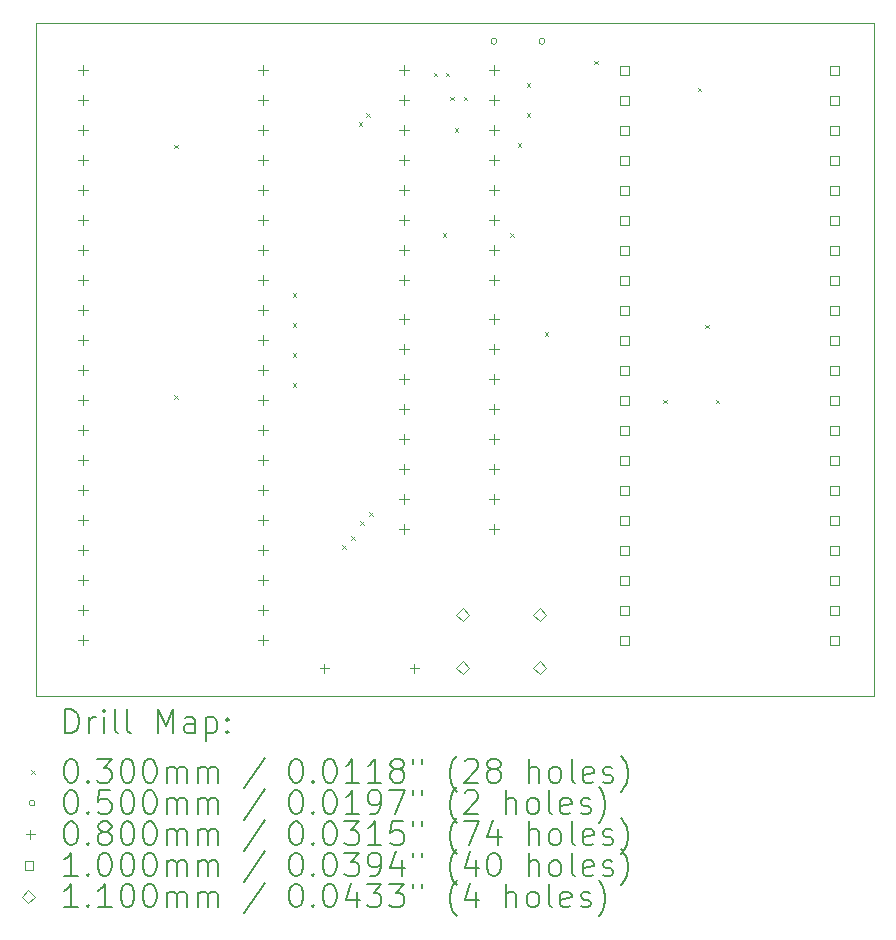
<source format=gbr>
%TF.GenerationSoftware,KiCad,Pcbnew,(6.0.8)*%
%TF.CreationDate,2022-11-05T16:03:21+08:00*%
%TF.ProjectId,pico_apple1,7069636f-5f61-4707-906c-65312e6b6963,rev?*%
%TF.SameCoordinates,Original*%
%TF.FileFunction,Drillmap*%
%TF.FilePolarity,Positive*%
%FSLAX45Y45*%
G04 Gerber Fmt 4.5, Leading zero omitted, Abs format (unit mm)*
G04 Created by KiCad (PCBNEW (6.0.8)) date 2022-11-05 16:03:21*
%MOMM*%
%LPD*%
G01*
G04 APERTURE LIST*
%ADD10C,0.100000*%
%ADD11C,0.200000*%
%ADD12C,0.030000*%
%ADD13C,0.050000*%
%ADD14C,0.080000*%
%ADD15C,0.110000*%
G04 APERTURE END LIST*
D10*
X2787200Y-9389900D02*
X2787200Y-3689900D01*
X9887200Y-9389900D02*
X2787200Y-9389900D01*
X9887200Y-3689900D02*
X9887200Y-9389900D01*
X2787200Y-3689900D02*
X9887200Y-3689900D01*
D11*
D12*
X3960100Y-4722100D02*
X3990100Y-4752100D01*
X3990100Y-4722100D02*
X3960100Y-4752100D01*
X3960100Y-6843000D02*
X3990100Y-6873000D01*
X3990100Y-6843000D02*
X3960100Y-6873000D01*
X4963400Y-5979400D02*
X4993400Y-6009400D01*
X4993400Y-5979400D02*
X4963400Y-6009400D01*
X4963400Y-6233400D02*
X4993400Y-6263400D01*
X4993400Y-6233400D02*
X4963400Y-6263400D01*
X4963400Y-6487400D02*
X4993400Y-6517400D01*
X4993400Y-6487400D02*
X4963400Y-6517400D01*
X4963400Y-6741400D02*
X4993400Y-6771400D01*
X4993400Y-6741400D02*
X4963400Y-6771400D01*
X5382500Y-8113000D02*
X5412500Y-8143000D01*
X5412500Y-8113000D02*
X5382500Y-8143000D01*
X5458700Y-8036800D02*
X5488700Y-8066800D01*
X5488700Y-8036800D02*
X5458700Y-8066800D01*
X5522200Y-4531600D02*
X5552200Y-4561600D01*
X5552200Y-4531600D02*
X5522200Y-4561600D01*
X5534900Y-7909800D02*
X5564900Y-7939800D01*
X5564900Y-7909800D02*
X5534900Y-7939800D01*
X5585700Y-4455400D02*
X5615700Y-4485400D01*
X5615700Y-4455400D02*
X5585700Y-4485400D01*
X5611100Y-7833600D02*
X5641100Y-7863600D01*
X5641100Y-7833600D02*
X5611100Y-7863600D01*
X6156700Y-4113000D02*
X6186700Y-4143000D01*
X6186700Y-4113000D02*
X6156700Y-4143000D01*
X6233400Y-5471400D02*
X6263400Y-5501400D01*
X6263400Y-5471400D02*
X6233400Y-5501400D01*
X6258300Y-4113000D02*
X6288300Y-4143000D01*
X6288300Y-4113000D02*
X6258300Y-4143000D01*
X6296400Y-4316200D02*
X6326400Y-4346200D01*
X6326400Y-4316200D02*
X6296400Y-4346200D01*
X6335000Y-4582400D02*
X6365000Y-4612400D01*
X6365000Y-4582400D02*
X6335000Y-4612400D01*
X6410700Y-4316200D02*
X6440700Y-4346200D01*
X6440700Y-4316200D02*
X6410700Y-4346200D01*
X6804900Y-5471400D02*
X6834900Y-5501400D01*
X6834900Y-5471400D02*
X6804900Y-5501400D01*
X6868400Y-4709400D02*
X6898400Y-4739400D01*
X6898400Y-4709400D02*
X6868400Y-4739400D01*
X6944600Y-4201400D02*
X6974600Y-4231400D01*
X6974600Y-4201400D02*
X6944600Y-4231400D01*
X6944600Y-4455400D02*
X6974600Y-4485400D01*
X6974600Y-4455400D02*
X6944600Y-4485400D01*
X7097000Y-6309600D02*
X7127000Y-6339600D01*
X7127000Y-6309600D02*
X7097000Y-6339600D01*
X7516100Y-4010900D02*
X7546100Y-4040900D01*
X7546100Y-4010900D02*
X7516100Y-4040900D01*
X8100300Y-6881100D02*
X8130300Y-6911100D01*
X8130300Y-6881100D02*
X8100300Y-6911100D01*
X8392400Y-4239500D02*
X8422400Y-4269500D01*
X8422400Y-4239500D02*
X8392400Y-4269500D01*
X8455900Y-6246100D02*
X8485900Y-6276100D01*
X8485900Y-6246100D02*
X8455900Y-6276100D01*
X8544800Y-6881100D02*
X8574800Y-6911100D01*
X8574800Y-6881100D02*
X8544800Y-6911100D01*
D13*
X6692500Y-3848100D02*
G75*
G03*
X6692500Y-3848100I-25000J0D01*
G01*
X7098900Y-3848100D02*
G75*
G03*
X7098900Y-3848100I-25000J0D01*
G01*
D14*
X3187200Y-4049900D02*
X3187200Y-4129900D01*
X3147200Y-4089900D02*
X3227200Y-4089900D01*
X3187200Y-4303900D02*
X3187200Y-4383900D01*
X3147200Y-4343900D02*
X3227200Y-4343900D01*
X3187200Y-4557900D02*
X3187200Y-4637900D01*
X3147200Y-4597900D02*
X3227200Y-4597900D01*
X3187200Y-4811900D02*
X3187200Y-4891900D01*
X3147200Y-4851900D02*
X3227200Y-4851900D01*
X3187200Y-5065900D02*
X3187200Y-5145900D01*
X3147200Y-5105900D02*
X3227200Y-5105900D01*
X3187200Y-5319900D02*
X3187200Y-5399900D01*
X3147200Y-5359900D02*
X3227200Y-5359900D01*
X3187200Y-5573900D02*
X3187200Y-5653900D01*
X3147200Y-5613900D02*
X3227200Y-5613900D01*
X3187200Y-5827900D02*
X3187200Y-5907900D01*
X3147200Y-5867900D02*
X3227200Y-5867900D01*
X3187200Y-6081900D02*
X3187200Y-6161900D01*
X3147200Y-6121900D02*
X3227200Y-6121900D01*
X3187200Y-6335900D02*
X3187200Y-6415900D01*
X3147200Y-6375900D02*
X3227200Y-6375900D01*
X3187200Y-6589900D02*
X3187200Y-6669900D01*
X3147200Y-6629900D02*
X3227200Y-6629900D01*
X3187200Y-6843900D02*
X3187200Y-6923900D01*
X3147200Y-6883900D02*
X3227200Y-6883900D01*
X3187200Y-7097900D02*
X3187200Y-7177900D01*
X3147200Y-7137900D02*
X3227200Y-7137900D01*
X3187200Y-7351900D02*
X3187200Y-7431900D01*
X3147200Y-7391900D02*
X3227200Y-7391900D01*
X3187200Y-7605900D02*
X3187200Y-7685900D01*
X3147200Y-7645900D02*
X3227200Y-7645900D01*
X3187200Y-7859900D02*
X3187200Y-7939900D01*
X3147200Y-7899900D02*
X3227200Y-7899900D01*
X3187200Y-8113900D02*
X3187200Y-8193900D01*
X3147200Y-8153900D02*
X3227200Y-8153900D01*
X3187200Y-8367900D02*
X3187200Y-8447900D01*
X3147200Y-8407900D02*
X3227200Y-8407900D01*
X3187200Y-8621900D02*
X3187200Y-8701900D01*
X3147200Y-8661900D02*
X3227200Y-8661900D01*
X3187200Y-8875900D02*
X3187200Y-8955900D01*
X3147200Y-8915900D02*
X3227200Y-8915900D01*
X4711200Y-4049900D02*
X4711200Y-4129900D01*
X4671200Y-4089900D02*
X4751200Y-4089900D01*
X4711200Y-4303900D02*
X4711200Y-4383900D01*
X4671200Y-4343900D02*
X4751200Y-4343900D01*
X4711200Y-4557900D02*
X4711200Y-4637900D01*
X4671200Y-4597900D02*
X4751200Y-4597900D01*
X4711200Y-4811900D02*
X4711200Y-4891900D01*
X4671200Y-4851900D02*
X4751200Y-4851900D01*
X4711200Y-5065900D02*
X4711200Y-5145900D01*
X4671200Y-5105900D02*
X4751200Y-5105900D01*
X4711200Y-5319900D02*
X4711200Y-5399900D01*
X4671200Y-5359900D02*
X4751200Y-5359900D01*
X4711200Y-5573900D02*
X4711200Y-5653900D01*
X4671200Y-5613900D02*
X4751200Y-5613900D01*
X4711200Y-5827900D02*
X4711200Y-5907900D01*
X4671200Y-5867900D02*
X4751200Y-5867900D01*
X4711200Y-6081900D02*
X4711200Y-6161900D01*
X4671200Y-6121900D02*
X4751200Y-6121900D01*
X4711200Y-6335900D02*
X4711200Y-6415900D01*
X4671200Y-6375900D02*
X4751200Y-6375900D01*
X4711200Y-6589900D02*
X4711200Y-6669900D01*
X4671200Y-6629900D02*
X4751200Y-6629900D01*
X4711200Y-6843900D02*
X4711200Y-6923900D01*
X4671200Y-6883900D02*
X4751200Y-6883900D01*
X4711200Y-7097900D02*
X4711200Y-7177900D01*
X4671200Y-7137900D02*
X4751200Y-7137900D01*
X4711200Y-7351900D02*
X4711200Y-7431900D01*
X4671200Y-7391900D02*
X4751200Y-7391900D01*
X4711200Y-7605900D02*
X4711200Y-7685900D01*
X4671200Y-7645900D02*
X4751200Y-7645900D01*
X4711200Y-7859900D02*
X4711200Y-7939900D01*
X4671200Y-7899900D02*
X4751200Y-7899900D01*
X4711200Y-8113900D02*
X4711200Y-8193900D01*
X4671200Y-8153900D02*
X4751200Y-8153900D01*
X4711200Y-8367900D02*
X4711200Y-8447900D01*
X4671200Y-8407900D02*
X4751200Y-8407900D01*
X4711200Y-8621900D02*
X4711200Y-8701900D01*
X4671200Y-8661900D02*
X4751200Y-8661900D01*
X4711200Y-8875900D02*
X4711200Y-8955900D01*
X4671200Y-8915900D02*
X4751200Y-8915900D01*
X5232400Y-9116700D02*
X5232400Y-9196700D01*
X5192400Y-9156700D02*
X5272400Y-9156700D01*
X5906500Y-4049900D02*
X5906500Y-4129900D01*
X5866500Y-4089900D02*
X5946500Y-4089900D01*
X5906500Y-4303900D02*
X5906500Y-4383900D01*
X5866500Y-4343900D02*
X5946500Y-4343900D01*
X5906500Y-4557900D02*
X5906500Y-4637900D01*
X5866500Y-4597900D02*
X5946500Y-4597900D01*
X5906500Y-4811900D02*
X5906500Y-4891900D01*
X5866500Y-4851900D02*
X5946500Y-4851900D01*
X5906500Y-5065900D02*
X5906500Y-5145900D01*
X5866500Y-5105900D02*
X5946500Y-5105900D01*
X5906500Y-5319900D02*
X5906500Y-5399900D01*
X5866500Y-5359900D02*
X5946500Y-5359900D01*
X5906500Y-5573900D02*
X5906500Y-5653900D01*
X5866500Y-5613900D02*
X5946500Y-5613900D01*
X5906500Y-5827900D02*
X5906500Y-5907900D01*
X5866500Y-5867900D02*
X5946500Y-5867900D01*
X5906500Y-6159100D02*
X5906500Y-6239100D01*
X5866500Y-6199100D02*
X5946500Y-6199100D01*
X5906500Y-6413100D02*
X5906500Y-6493100D01*
X5866500Y-6453100D02*
X5946500Y-6453100D01*
X5906500Y-6667100D02*
X5906500Y-6747100D01*
X5866500Y-6707100D02*
X5946500Y-6707100D01*
X5906500Y-6921100D02*
X5906500Y-7001100D01*
X5866500Y-6961100D02*
X5946500Y-6961100D01*
X5906500Y-7175100D02*
X5906500Y-7255100D01*
X5866500Y-7215100D02*
X5946500Y-7215100D01*
X5906500Y-7429100D02*
X5906500Y-7509100D01*
X5866500Y-7469100D02*
X5946500Y-7469100D01*
X5906500Y-7683100D02*
X5906500Y-7763100D01*
X5866500Y-7723100D02*
X5946500Y-7723100D01*
X5906500Y-7937100D02*
X5906500Y-8017100D01*
X5866500Y-7977100D02*
X5946500Y-7977100D01*
X5994400Y-9116700D02*
X5994400Y-9196700D01*
X5954400Y-9156700D02*
X6034400Y-9156700D01*
X6668500Y-4049900D02*
X6668500Y-4129900D01*
X6628500Y-4089900D02*
X6708500Y-4089900D01*
X6668500Y-4303900D02*
X6668500Y-4383900D01*
X6628500Y-4343900D02*
X6708500Y-4343900D01*
X6668500Y-4557900D02*
X6668500Y-4637900D01*
X6628500Y-4597900D02*
X6708500Y-4597900D01*
X6668500Y-4811900D02*
X6668500Y-4891900D01*
X6628500Y-4851900D02*
X6708500Y-4851900D01*
X6668500Y-5065900D02*
X6668500Y-5145900D01*
X6628500Y-5105900D02*
X6708500Y-5105900D01*
X6668500Y-5319900D02*
X6668500Y-5399900D01*
X6628500Y-5359900D02*
X6708500Y-5359900D01*
X6668500Y-5573900D02*
X6668500Y-5653900D01*
X6628500Y-5613900D02*
X6708500Y-5613900D01*
X6668500Y-5827900D02*
X6668500Y-5907900D01*
X6628500Y-5867900D02*
X6708500Y-5867900D01*
X6668500Y-6159100D02*
X6668500Y-6239100D01*
X6628500Y-6199100D02*
X6708500Y-6199100D01*
X6668500Y-6413100D02*
X6668500Y-6493100D01*
X6628500Y-6453100D02*
X6708500Y-6453100D01*
X6668500Y-6667100D02*
X6668500Y-6747100D01*
X6628500Y-6707100D02*
X6708500Y-6707100D01*
X6668500Y-6921100D02*
X6668500Y-7001100D01*
X6628500Y-6961100D02*
X6708500Y-6961100D01*
X6668500Y-7175100D02*
X6668500Y-7255100D01*
X6628500Y-7215100D02*
X6708500Y-7215100D01*
X6668500Y-7429100D02*
X6668500Y-7509100D01*
X6628500Y-7469100D02*
X6708500Y-7469100D01*
X6668500Y-7683100D02*
X6668500Y-7763100D01*
X6628500Y-7723100D02*
X6708500Y-7723100D01*
X6668500Y-7937100D02*
X6668500Y-8017100D01*
X6628500Y-7977100D02*
X6708500Y-7977100D01*
D10*
X7807756Y-4130256D02*
X7807756Y-4059544D01*
X7737044Y-4059544D01*
X7737044Y-4130256D01*
X7807756Y-4130256D01*
X7807756Y-4384256D02*
X7807756Y-4313544D01*
X7737044Y-4313544D01*
X7737044Y-4384256D01*
X7807756Y-4384256D01*
X7807756Y-4638256D02*
X7807756Y-4567544D01*
X7737044Y-4567544D01*
X7737044Y-4638256D01*
X7807756Y-4638256D01*
X7807756Y-4892256D02*
X7807756Y-4821544D01*
X7737044Y-4821544D01*
X7737044Y-4892256D01*
X7807756Y-4892256D01*
X7807756Y-5146256D02*
X7807756Y-5075544D01*
X7737044Y-5075544D01*
X7737044Y-5146256D01*
X7807756Y-5146256D01*
X7807756Y-5400256D02*
X7807756Y-5329544D01*
X7737044Y-5329544D01*
X7737044Y-5400256D01*
X7807756Y-5400256D01*
X7807756Y-5654256D02*
X7807756Y-5583544D01*
X7737044Y-5583544D01*
X7737044Y-5654256D01*
X7807756Y-5654256D01*
X7807756Y-5908256D02*
X7807756Y-5837544D01*
X7737044Y-5837544D01*
X7737044Y-5908256D01*
X7807756Y-5908256D01*
X7807756Y-6162256D02*
X7807756Y-6091544D01*
X7737044Y-6091544D01*
X7737044Y-6162256D01*
X7807756Y-6162256D01*
X7807756Y-6416256D02*
X7807756Y-6345544D01*
X7737044Y-6345544D01*
X7737044Y-6416256D01*
X7807756Y-6416256D01*
X7807756Y-6670256D02*
X7807756Y-6599544D01*
X7737044Y-6599544D01*
X7737044Y-6670256D01*
X7807756Y-6670256D01*
X7807756Y-6924256D02*
X7807756Y-6853544D01*
X7737044Y-6853544D01*
X7737044Y-6924256D01*
X7807756Y-6924256D01*
X7807756Y-7178256D02*
X7807756Y-7107544D01*
X7737044Y-7107544D01*
X7737044Y-7178256D01*
X7807756Y-7178256D01*
X7807756Y-7432256D02*
X7807756Y-7361544D01*
X7737044Y-7361544D01*
X7737044Y-7432256D01*
X7807756Y-7432256D01*
X7807756Y-7686256D02*
X7807756Y-7615544D01*
X7737044Y-7615544D01*
X7737044Y-7686256D01*
X7807756Y-7686256D01*
X7807756Y-7940256D02*
X7807756Y-7869544D01*
X7737044Y-7869544D01*
X7737044Y-7940256D01*
X7807756Y-7940256D01*
X7807756Y-8194256D02*
X7807756Y-8123544D01*
X7737044Y-8123544D01*
X7737044Y-8194256D01*
X7807756Y-8194256D01*
X7807756Y-8448256D02*
X7807756Y-8377544D01*
X7737044Y-8377544D01*
X7737044Y-8448256D01*
X7807756Y-8448256D01*
X7807756Y-8702256D02*
X7807756Y-8631544D01*
X7737044Y-8631544D01*
X7737044Y-8702256D01*
X7807756Y-8702256D01*
X7807756Y-8956256D02*
X7807756Y-8885544D01*
X7737044Y-8885544D01*
X7737044Y-8956256D01*
X7807756Y-8956256D01*
X9585756Y-4130256D02*
X9585756Y-4059544D01*
X9515044Y-4059544D01*
X9515044Y-4130256D01*
X9585756Y-4130256D01*
X9585756Y-4384256D02*
X9585756Y-4313544D01*
X9515044Y-4313544D01*
X9515044Y-4384256D01*
X9585756Y-4384256D01*
X9585756Y-4638256D02*
X9585756Y-4567544D01*
X9515044Y-4567544D01*
X9515044Y-4638256D01*
X9585756Y-4638256D01*
X9585756Y-4892256D02*
X9585756Y-4821544D01*
X9515044Y-4821544D01*
X9515044Y-4892256D01*
X9585756Y-4892256D01*
X9585756Y-5146256D02*
X9585756Y-5075544D01*
X9515044Y-5075544D01*
X9515044Y-5146256D01*
X9585756Y-5146256D01*
X9585756Y-5400256D02*
X9585756Y-5329544D01*
X9515044Y-5329544D01*
X9515044Y-5400256D01*
X9585756Y-5400256D01*
X9585756Y-5654256D02*
X9585756Y-5583544D01*
X9515044Y-5583544D01*
X9515044Y-5654256D01*
X9585756Y-5654256D01*
X9585756Y-5908256D02*
X9585756Y-5837544D01*
X9515044Y-5837544D01*
X9515044Y-5908256D01*
X9585756Y-5908256D01*
X9585756Y-6162256D02*
X9585756Y-6091544D01*
X9515044Y-6091544D01*
X9515044Y-6162256D01*
X9585756Y-6162256D01*
X9585756Y-6416256D02*
X9585756Y-6345544D01*
X9515044Y-6345544D01*
X9515044Y-6416256D01*
X9585756Y-6416256D01*
X9585756Y-6670256D02*
X9585756Y-6599544D01*
X9515044Y-6599544D01*
X9515044Y-6670256D01*
X9585756Y-6670256D01*
X9585756Y-6924256D02*
X9585756Y-6853544D01*
X9515044Y-6853544D01*
X9515044Y-6924256D01*
X9585756Y-6924256D01*
X9585756Y-7178256D02*
X9585756Y-7107544D01*
X9515044Y-7107544D01*
X9515044Y-7178256D01*
X9585756Y-7178256D01*
X9585756Y-7432256D02*
X9585756Y-7361544D01*
X9515044Y-7361544D01*
X9515044Y-7432256D01*
X9585756Y-7432256D01*
X9585756Y-7686256D02*
X9585756Y-7615544D01*
X9515044Y-7615544D01*
X9515044Y-7686256D01*
X9585756Y-7686256D01*
X9585756Y-7940256D02*
X9585756Y-7869544D01*
X9515044Y-7869544D01*
X9515044Y-7940256D01*
X9585756Y-7940256D01*
X9585756Y-8194256D02*
X9585756Y-8123544D01*
X9515044Y-8123544D01*
X9515044Y-8194256D01*
X9585756Y-8194256D01*
X9585756Y-8448256D02*
X9585756Y-8377544D01*
X9515044Y-8377544D01*
X9515044Y-8448256D01*
X9585756Y-8448256D01*
X9585756Y-8702256D02*
X9585756Y-8631544D01*
X9515044Y-8631544D01*
X9515044Y-8702256D01*
X9585756Y-8702256D01*
X9585756Y-8956256D02*
X9585756Y-8885544D01*
X9515044Y-8885544D01*
X9515044Y-8956256D01*
X9585756Y-8956256D01*
D15*
X6406000Y-8758100D02*
X6461000Y-8703100D01*
X6406000Y-8648100D01*
X6351000Y-8703100D01*
X6406000Y-8758100D01*
X6406000Y-9208100D02*
X6461000Y-9153100D01*
X6406000Y-9098100D01*
X6351000Y-9153100D01*
X6406000Y-9208100D01*
X7056000Y-8758100D02*
X7111000Y-8703100D01*
X7056000Y-8648100D01*
X7001000Y-8703100D01*
X7056000Y-8758100D01*
X7056000Y-9208100D02*
X7111000Y-9153100D01*
X7056000Y-9098100D01*
X7001000Y-9153100D01*
X7056000Y-9208100D01*
D11*
X3039819Y-9705376D02*
X3039819Y-9505376D01*
X3087438Y-9505376D01*
X3116009Y-9514900D01*
X3135057Y-9533948D01*
X3144581Y-9552995D01*
X3154105Y-9591090D01*
X3154105Y-9619662D01*
X3144581Y-9657757D01*
X3135057Y-9676805D01*
X3116009Y-9695852D01*
X3087438Y-9705376D01*
X3039819Y-9705376D01*
X3239819Y-9705376D02*
X3239819Y-9572043D01*
X3239819Y-9610138D02*
X3249343Y-9591090D01*
X3258867Y-9581567D01*
X3277914Y-9572043D01*
X3296962Y-9572043D01*
X3363628Y-9705376D02*
X3363628Y-9572043D01*
X3363628Y-9505376D02*
X3354105Y-9514900D01*
X3363628Y-9524424D01*
X3373152Y-9514900D01*
X3363628Y-9505376D01*
X3363628Y-9524424D01*
X3487438Y-9705376D02*
X3468390Y-9695852D01*
X3458867Y-9676805D01*
X3458867Y-9505376D01*
X3592200Y-9705376D02*
X3573152Y-9695852D01*
X3563628Y-9676805D01*
X3563628Y-9505376D01*
X3820771Y-9705376D02*
X3820771Y-9505376D01*
X3887438Y-9648233D01*
X3954105Y-9505376D01*
X3954105Y-9705376D01*
X4135057Y-9705376D02*
X4135057Y-9600614D01*
X4125533Y-9581567D01*
X4106486Y-9572043D01*
X4068390Y-9572043D01*
X4049343Y-9581567D01*
X4135057Y-9695852D02*
X4116009Y-9705376D01*
X4068390Y-9705376D01*
X4049343Y-9695852D01*
X4039819Y-9676805D01*
X4039819Y-9657757D01*
X4049343Y-9638710D01*
X4068390Y-9629186D01*
X4116009Y-9629186D01*
X4135057Y-9619662D01*
X4230295Y-9572043D02*
X4230295Y-9772043D01*
X4230295Y-9581567D02*
X4249343Y-9572043D01*
X4287438Y-9572043D01*
X4306486Y-9581567D01*
X4316010Y-9591090D01*
X4325533Y-9610138D01*
X4325533Y-9667281D01*
X4316010Y-9686329D01*
X4306486Y-9695852D01*
X4287438Y-9705376D01*
X4249343Y-9705376D01*
X4230295Y-9695852D01*
X4411248Y-9686329D02*
X4420771Y-9695852D01*
X4411248Y-9705376D01*
X4401724Y-9695852D01*
X4411248Y-9686329D01*
X4411248Y-9705376D01*
X4411248Y-9581567D02*
X4420771Y-9591090D01*
X4411248Y-9600614D01*
X4401724Y-9591090D01*
X4411248Y-9581567D01*
X4411248Y-9600614D01*
D12*
X2752200Y-10019900D02*
X2782200Y-10049900D01*
X2782200Y-10019900D02*
X2752200Y-10049900D01*
D11*
X3077914Y-9925376D02*
X3096962Y-9925376D01*
X3116009Y-9934900D01*
X3125533Y-9944424D01*
X3135057Y-9963471D01*
X3144581Y-10001567D01*
X3144581Y-10049186D01*
X3135057Y-10087281D01*
X3125533Y-10106329D01*
X3116009Y-10115852D01*
X3096962Y-10125376D01*
X3077914Y-10125376D01*
X3058867Y-10115852D01*
X3049343Y-10106329D01*
X3039819Y-10087281D01*
X3030295Y-10049186D01*
X3030295Y-10001567D01*
X3039819Y-9963471D01*
X3049343Y-9944424D01*
X3058867Y-9934900D01*
X3077914Y-9925376D01*
X3230295Y-10106329D02*
X3239819Y-10115852D01*
X3230295Y-10125376D01*
X3220771Y-10115852D01*
X3230295Y-10106329D01*
X3230295Y-10125376D01*
X3306486Y-9925376D02*
X3430295Y-9925376D01*
X3363628Y-10001567D01*
X3392200Y-10001567D01*
X3411248Y-10011090D01*
X3420771Y-10020614D01*
X3430295Y-10039662D01*
X3430295Y-10087281D01*
X3420771Y-10106329D01*
X3411248Y-10115852D01*
X3392200Y-10125376D01*
X3335057Y-10125376D01*
X3316009Y-10115852D01*
X3306486Y-10106329D01*
X3554105Y-9925376D02*
X3573152Y-9925376D01*
X3592200Y-9934900D01*
X3601724Y-9944424D01*
X3611248Y-9963471D01*
X3620771Y-10001567D01*
X3620771Y-10049186D01*
X3611248Y-10087281D01*
X3601724Y-10106329D01*
X3592200Y-10115852D01*
X3573152Y-10125376D01*
X3554105Y-10125376D01*
X3535057Y-10115852D01*
X3525533Y-10106329D01*
X3516009Y-10087281D01*
X3506486Y-10049186D01*
X3506486Y-10001567D01*
X3516009Y-9963471D01*
X3525533Y-9944424D01*
X3535057Y-9934900D01*
X3554105Y-9925376D01*
X3744581Y-9925376D02*
X3763628Y-9925376D01*
X3782676Y-9934900D01*
X3792200Y-9944424D01*
X3801724Y-9963471D01*
X3811248Y-10001567D01*
X3811248Y-10049186D01*
X3801724Y-10087281D01*
X3792200Y-10106329D01*
X3782676Y-10115852D01*
X3763628Y-10125376D01*
X3744581Y-10125376D01*
X3725533Y-10115852D01*
X3716009Y-10106329D01*
X3706486Y-10087281D01*
X3696962Y-10049186D01*
X3696962Y-10001567D01*
X3706486Y-9963471D01*
X3716009Y-9944424D01*
X3725533Y-9934900D01*
X3744581Y-9925376D01*
X3896962Y-10125376D02*
X3896962Y-9992043D01*
X3896962Y-10011090D02*
X3906486Y-10001567D01*
X3925533Y-9992043D01*
X3954105Y-9992043D01*
X3973152Y-10001567D01*
X3982676Y-10020614D01*
X3982676Y-10125376D01*
X3982676Y-10020614D02*
X3992200Y-10001567D01*
X4011248Y-9992043D01*
X4039819Y-9992043D01*
X4058867Y-10001567D01*
X4068390Y-10020614D01*
X4068390Y-10125376D01*
X4163628Y-10125376D02*
X4163628Y-9992043D01*
X4163628Y-10011090D02*
X4173152Y-10001567D01*
X4192200Y-9992043D01*
X4220771Y-9992043D01*
X4239819Y-10001567D01*
X4249343Y-10020614D01*
X4249343Y-10125376D01*
X4249343Y-10020614D02*
X4258867Y-10001567D01*
X4277914Y-9992043D01*
X4306486Y-9992043D01*
X4325533Y-10001567D01*
X4335057Y-10020614D01*
X4335057Y-10125376D01*
X4725533Y-9915852D02*
X4554105Y-10172995D01*
X4982676Y-9925376D02*
X5001724Y-9925376D01*
X5020771Y-9934900D01*
X5030295Y-9944424D01*
X5039819Y-9963471D01*
X5049343Y-10001567D01*
X5049343Y-10049186D01*
X5039819Y-10087281D01*
X5030295Y-10106329D01*
X5020771Y-10115852D01*
X5001724Y-10125376D01*
X4982676Y-10125376D01*
X4963629Y-10115852D01*
X4954105Y-10106329D01*
X4944581Y-10087281D01*
X4935057Y-10049186D01*
X4935057Y-10001567D01*
X4944581Y-9963471D01*
X4954105Y-9944424D01*
X4963629Y-9934900D01*
X4982676Y-9925376D01*
X5135057Y-10106329D02*
X5144581Y-10115852D01*
X5135057Y-10125376D01*
X5125533Y-10115852D01*
X5135057Y-10106329D01*
X5135057Y-10125376D01*
X5268390Y-9925376D02*
X5287438Y-9925376D01*
X5306486Y-9934900D01*
X5316010Y-9944424D01*
X5325533Y-9963471D01*
X5335057Y-10001567D01*
X5335057Y-10049186D01*
X5325533Y-10087281D01*
X5316010Y-10106329D01*
X5306486Y-10115852D01*
X5287438Y-10125376D01*
X5268390Y-10125376D01*
X5249343Y-10115852D01*
X5239819Y-10106329D01*
X5230295Y-10087281D01*
X5220771Y-10049186D01*
X5220771Y-10001567D01*
X5230295Y-9963471D01*
X5239819Y-9944424D01*
X5249343Y-9934900D01*
X5268390Y-9925376D01*
X5525533Y-10125376D02*
X5411248Y-10125376D01*
X5468390Y-10125376D02*
X5468390Y-9925376D01*
X5449343Y-9953948D01*
X5430295Y-9972995D01*
X5411248Y-9982519D01*
X5716009Y-10125376D02*
X5601724Y-10125376D01*
X5658867Y-10125376D02*
X5658867Y-9925376D01*
X5639819Y-9953948D01*
X5620771Y-9972995D01*
X5601724Y-9982519D01*
X5830295Y-10011090D02*
X5811248Y-10001567D01*
X5801724Y-9992043D01*
X5792200Y-9972995D01*
X5792200Y-9963471D01*
X5801724Y-9944424D01*
X5811248Y-9934900D01*
X5830295Y-9925376D01*
X5868390Y-9925376D01*
X5887438Y-9934900D01*
X5896962Y-9944424D01*
X5906486Y-9963471D01*
X5906486Y-9972995D01*
X5896962Y-9992043D01*
X5887438Y-10001567D01*
X5868390Y-10011090D01*
X5830295Y-10011090D01*
X5811248Y-10020614D01*
X5801724Y-10030138D01*
X5792200Y-10049186D01*
X5792200Y-10087281D01*
X5801724Y-10106329D01*
X5811248Y-10115852D01*
X5830295Y-10125376D01*
X5868390Y-10125376D01*
X5887438Y-10115852D01*
X5896962Y-10106329D01*
X5906486Y-10087281D01*
X5906486Y-10049186D01*
X5896962Y-10030138D01*
X5887438Y-10020614D01*
X5868390Y-10011090D01*
X5982676Y-9925376D02*
X5982676Y-9963471D01*
X6058867Y-9925376D02*
X6058867Y-9963471D01*
X6354105Y-10201567D02*
X6344581Y-10192043D01*
X6325533Y-10163471D01*
X6316009Y-10144424D01*
X6306486Y-10115852D01*
X6296962Y-10068233D01*
X6296962Y-10030138D01*
X6306486Y-9982519D01*
X6316009Y-9953948D01*
X6325533Y-9934900D01*
X6344581Y-9906329D01*
X6354105Y-9896805D01*
X6420771Y-9944424D02*
X6430295Y-9934900D01*
X6449343Y-9925376D01*
X6496962Y-9925376D01*
X6516009Y-9934900D01*
X6525533Y-9944424D01*
X6535057Y-9963471D01*
X6535057Y-9982519D01*
X6525533Y-10011090D01*
X6411248Y-10125376D01*
X6535057Y-10125376D01*
X6649343Y-10011090D02*
X6630295Y-10001567D01*
X6620771Y-9992043D01*
X6611248Y-9972995D01*
X6611248Y-9963471D01*
X6620771Y-9944424D01*
X6630295Y-9934900D01*
X6649343Y-9925376D01*
X6687438Y-9925376D01*
X6706486Y-9934900D01*
X6716009Y-9944424D01*
X6725533Y-9963471D01*
X6725533Y-9972995D01*
X6716009Y-9992043D01*
X6706486Y-10001567D01*
X6687438Y-10011090D01*
X6649343Y-10011090D01*
X6630295Y-10020614D01*
X6620771Y-10030138D01*
X6611248Y-10049186D01*
X6611248Y-10087281D01*
X6620771Y-10106329D01*
X6630295Y-10115852D01*
X6649343Y-10125376D01*
X6687438Y-10125376D01*
X6706486Y-10115852D01*
X6716009Y-10106329D01*
X6725533Y-10087281D01*
X6725533Y-10049186D01*
X6716009Y-10030138D01*
X6706486Y-10020614D01*
X6687438Y-10011090D01*
X6963628Y-10125376D02*
X6963628Y-9925376D01*
X7049343Y-10125376D02*
X7049343Y-10020614D01*
X7039819Y-10001567D01*
X7020771Y-9992043D01*
X6992200Y-9992043D01*
X6973152Y-10001567D01*
X6963628Y-10011090D01*
X7173152Y-10125376D02*
X7154105Y-10115852D01*
X7144581Y-10106329D01*
X7135057Y-10087281D01*
X7135057Y-10030138D01*
X7144581Y-10011090D01*
X7154105Y-10001567D01*
X7173152Y-9992043D01*
X7201724Y-9992043D01*
X7220771Y-10001567D01*
X7230295Y-10011090D01*
X7239819Y-10030138D01*
X7239819Y-10087281D01*
X7230295Y-10106329D01*
X7220771Y-10115852D01*
X7201724Y-10125376D01*
X7173152Y-10125376D01*
X7354105Y-10125376D02*
X7335057Y-10115852D01*
X7325533Y-10096805D01*
X7325533Y-9925376D01*
X7506486Y-10115852D02*
X7487438Y-10125376D01*
X7449343Y-10125376D01*
X7430295Y-10115852D01*
X7420771Y-10096805D01*
X7420771Y-10020614D01*
X7430295Y-10001567D01*
X7449343Y-9992043D01*
X7487438Y-9992043D01*
X7506486Y-10001567D01*
X7516009Y-10020614D01*
X7516009Y-10039662D01*
X7420771Y-10058710D01*
X7592200Y-10115852D02*
X7611248Y-10125376D01*
X7649343Y-10125376D01*
X7668390Y-10115852D01*
X7677914Y-10096805D01*
X7677914Y-10087281D01*
X7668390Y-10068233D01*
X7649343Y-10058710D01*
X7620771Y-10058710D01*
X7601724Y-10049186D01*
X7592200Y-10030138D01*
X7592200Y-10020614D01*
X7601724Y-10001567D01*
X7620771Y-9992043D01*
X7649343Y-9992043D01*
X7668390Y-10001567D01*
X7744581Y-10201567D02*
X7754105Y-10192043D01*
X7773152Y-10163471D01*
X7782676Y-10144424D01*
X7792200Y-10115852D01*
X7801724Y-10068233D01*
X7801724Y-10030138D01*
X7792200Y-9982519D01*
X7782676Y-9953948D01*
X7773152Y-9934900D01*
X7754105Y-9906329D01*
X7744581Y-9896805D01*
D13*
X2782200Y-10298900D02*
G75*
G03*
X2782200Y-10298900I-25000J0D01*
G01*
D11*
X3077914Y-10189376D02*
X3096962Y-10189376D01*
X3116009Y-10198900D01*
X3125533Y-10208424D01*
X3135057Y-10227471D01*
X3144581Y-10265567D01*
X3144581Y-10313186D01*
X3135057Y-10351281D01*
X3125533Y-10370329D01*
X3116009Y-10379852D01*
X3096962Y-10389376D01*
X3077914Y-10389376D01*
X3058867Y-10379852D01*
X3049343Y-10370329D01*
X3039819Y-10351281D01*
X3030295Y-10313186D01*
X3030295Y-10265567D01*
X3039819Y-10227471D01*
X3049343Y-10208424D01*
X3058867Y-10198900D01*
X3077914Y-10189376D01*
X3230295Y-10370329D02*
X3239819Y-10379852D01*
X3230295Y-10389376D01*
X3220771Y-10379852D01*
X3230295Y-10370329D01*
X3230295Y-10389376D01*
X3420771Y-10189376D02*
X3325533Y-10189376D01*
X3316009Y-10284614D01*
X3325533Y-10275090D01*
X3344581Y-10265567D01*
X3392200Y-10265567D01*
X3411248Y-10275090D01*
X3420771Y-10284614D01*
X3430295Y-10303662D01*
X3430295Y-10351281D01*
X3420771Y-10370329D01*
X3411248Y-10379852D01*
X3392200Y-10389376D01*
X3344581Y-10389376D01*
X3325533Y-10379852D01*
X3316009Y-10370329D01*
X3554105Y-10189376D02*
X3573152Y-10189376D01*
X3592200Y-10198900D01*
X3601724Y-10208424D01*
X3611248Y-10227471D01*
X3620771Y-10265567D01*
X3620771Y-10313186D01*
X3611248Y-10351281D01*
X3601724Y-10370329D01*
X3592200Y-10379852D01*
X3573152Y-10389376D01*
X3554105Y-10389376D01*
X3535057Y-10379852D01*
X3525533Y-10370329D01*
X3516009Y-10351281D01*
X3506486Y-10313186D01*
X3506486Y-10265567D01*
X3516009Y-10227471D01*
X3525533Y-10208424D01*
X3535057Y-10198900D01*
X3554105Y-10189376D01*
X3744581Y-10189376D02*
X3763628Y-10189376D01*
X3782676Y-10198900D01*
X3792200Y-10208424D01*
X3801724Y-10227471D01*
X3811248Y-10265567D01*
X3811248Y-10313186D01*
X3801724Y-10351281D01*
X3792200Y-10370329D01*
X3782676Y-10379852D01*
X3763628Y-10389376D01*
X3744581Y-10389376D01*
X3725533Y-10379852D01*
X3716009Y-10370329D01*
X3706486Y-10351281D01*
X3696962Y-10313186D01*
X3696962Y-10265567D01*
X3706486Y-10227471D01*
X3716009Y-10208424D01*
X3725533Y-10198900D01*
X3744581Y-10189376D01*
X3896962Y-10389376D02*
X3896962Y-10256043D01*
X3896962Y-10275090D02*
X3906486Y-10265567D01*
X3925533Y-10256043D01*
X3954105Y-10256043D01*
X3973152Y-10265567D01*
X3982676Y-10284614D01*
X3982676Y-10389376D01*
X3982676Y-10284614D02*
X3992200Y-10265567D01*
X4011248Y-10256043D01*
X4039819Y-10256043D01*
X4058867Y-10265567D01*
X4068390Y-10284614D01*
X4068390Y-10389376D01*
X4163628Y-10389376D02*
X4163628Y-10256043D01*
X4163628Y-10275090D02*
X4173152Y-10265567D01*
X4192200Y-10256043D01*
X4220771Y-10256043D01*
X4239819Y-10265567D01*
X4249343Y-10284614D01*
X4249343Y-10389376D01*
X4249343Y-10284614D02*
X4258867Y-10265567D01*
X4277914Y-10256043D01*
X4306486Y-10256043D01*
X4325533Y-10265567D01*
X4335057Y-10284614D01*
X4335057Y-10389376D01*
X4725533Y-10179852D02*
X4554105Y-10436995D01*
X4982676Y-10189376D02*
X5001724Y-10189376D01*
X5020771Y-10198900D01*
X5030295Y-10208424D01*
X5039819Y-10227471D01*
X5049343Y-10265567D01*
X5049343Y-10313186D01*
X5039819Y-10351281D01*
X5030295Y-10370329D01*
X5020771Y-10379852D01*
X5001724Y-10389376D01*
X4982676Y-10389376D01*
X4963629Y-10379852D01*
X4954105Y-10370329D01*
X4944581Y-10351281D01*
X4935057Y-10313186D01*
X4935057Y-10265567D01*
X4944581Y-10227471D01*
X4954105Y-10208424D01*
X4963629Y-10198900D01*
X4982676Y-10189376D01*
X5135057Y-10370329D02*
X5144581Y-10379852D01*
X5135057Y-10389376D01*
X5125533Y-10379852D01*
X5135057Y-10370329D01*
X5135057Y-10389376D01*
X5268390Y-10189376D02*
X5287438Y-10189376D01*
X5306486Y-10198900D01*
X5316010Y-10208424D01*
X5325533Y-10227471D01*
X5335057Y-10265567D01*
X5335057Y-10313186D01*
X5325533Y-10351281D01*
X5316010Y-10370329D01*
X5306486Y-10379852D01*
X5287438Y-10389376D01*
X5268390Y-10389376D01*
X5249343Y-10379852D01*
X5239819Y-10370329D01*
X5230295Y-10351281D01*
X5220771Y-10313186D01*
X5220771Y-10265567D01*
X5230295Y-10227471D01*
X5239819Y-10208424D01*
X5249343Y-10198900D01*
X5268390Y-10189376D01*
X5525533Y-10389376D02*
X5411248Y-10389376D01*
X5468390Y-10389376D02*
X5468390Y-10189376D01*
X5449343Y-10217948D01*
X5430295Y-10236995D01*
X5411248Y-10246519D01*
X5620771Y-10389376D02*
X5658867Y-10389376D01*
X5677914Y-10379852D01*
X5687438Y-10370329D01*
X5706486Y-10341757D01*
X5716009Y-10303662D01*
X5716009Y-10227471D01*
X5706486Y-10208424D01*
X5696962Y-10198900D01*
X5677914Y-10189376D01*
X5639819Y-10189376D01*
X5620771Y-10198900D01*
X5611248Y-10208424D01*
X5601724Y-10227471D01*
X5601724Y-10275090D01*
X5611248Y-10294138D01*
X5620771Y-10303662D01*
X5639819Y-10313186D01*
X5677914Y-10313186D01*
X5696962Y-10303662D01*
X5706486Y-10294138D01*
X5716009Y-10275090D01*
X5782676Y-10189376D02*
X5916009Y-10189376D01*
X5830295Y-10389376D01*
X5982676Y-10189376D02*
X5982676Y-10227471D01*
X6058867Y-10189376D02*
X6058867Y-10227471D01*
X6354105Y-10465567D02*
X6344581Y-10456043D01*
X6325533Y-10427471D01*
X6316009Y-10408424D01*
X6306486Y-10379852D01*
X6296962Y-10332233D01*
X6296962Y-10294138D01*
X6306486Y-10246519D01*
X6316009Y-10217948D01*
X6325533Y-10198900D01*
X6344581Y-10170329D01*
X6354105Y-10160805D01*
X6420771Y-10208424D02*
X6430295Y-10198900D01*
X6449343Y-10189376D01*
X6496962Y-10189376D01*
X6516009Y-10198900D01*
X6525533Y-10208424D01*
X6535057Y-10227471D01*
X6535057Y-10246519D01*
X6525533Y-10275090D01*
X6411248Y-10389376D01*
X6535057Y-10389376D01*
X6773152Y-10389376D02*
X6773152Y-10189376D01*
X6858867Y-10389376D02*
X6858867Y-10284614D01*
X6849343Y-10265567D01*
X6830295Y-10256043D01*
X6801724Y-10256043D01*
X6782676Y-10265567D01*
X6773152Y-10275090D01*
X6982676Y-10389376D02*
X6963628Y-10379852D01*
X6954105Y-10370329D01*
X6944581Y-10351281D01*
X6944581Y-10294138D01*
X6954105Y-10275090D01*
X6963628Y-10265567D01*
X6982676Y-10256043D01*
X7011248Y-10256043D01*
X7030295Y-10265567D01*
X7039819Y-10275090D01*
X7049343Y-10294138D01*
X7049343Y-10351281D01*
X7039819Y-10370329D01*
X7030295Y-10379852D01*
X7011248Y-10389376D01*
X6982676Y-10389376D01*
X7163628Y-10389376D02*
X7144581Y-10379852D01*
X7135057Y-10360805D01*
X7135057Y-10189376D01*
X7316009Y-10379852D02*
X7296962Y-10389376D01*
X7258867Y-10389376D01*
X7239819Y-10379852D01*
X7230295Y-10360805D01*
X7230295Y-10284614D01*
X7239819Y-10265567D01*
X7258867Y-10256043D01*
X7296962Y-10256043D01*
X7316009Y-10265567D01*
X7325533Y-10284614D01*
X7325533Y-10303662D01*
X7230295Y-10322710D01*
X7401724Y-10379852D02*
X7420771Y-10389376D01*
X7458867Y-10389376D01*
X7477914Y-10379852D01*
X7487438Y-10360805D01*
X7487438Y-10351281D01*
X7477914Y-10332233D01*
X7458867Y-10322710D01*
X7430295Y-10322710D01*
X7411248Y-10313186D01*
X7401724Y-10294138D01*
X7401724Y-10284614D01*
X7411248Y-10265567D01*
X7430295Y-10256043D01*
X7458867Y-10256043D01*
X7477914Y-10265567D01*
X7554105Y-10465567D02*
X7563628Y-10456043D01*
X7582676Y-10427471D01*
X7592200Y-10408424D01*
X7601724Y-10379852D01*
X7611248Y-10332233D01*
X7611248Y-10294138D01*
X7601724Y-10246519D01*
X7592200Y-10217948D01*
X7582676Y-10198900D01*
X7563628Y-10170329D01*
X7554105Y-10160805D01*
D14*
X2742200Y-10522900D02*
X2742200Y-10602900D01*
X2702200Y-10562900D02*
X2782200Y-10562900D01*
D11*
X3077914Y-10453376D02*
X3096962Y-10453376D01*
X3116009Y-10462900D01*
X3125533Y-10472424D01*
X3135057Y-10491471D01*
X3144581Y-10529567D01*
X3144581Y-10577186D01*
X3135057Y-10615281D01*
X3125533Y-10634329D01*
X3116009Y-10643852D01*
X3096962Y-10653376D01*
X3077914Y-10653376D01*
X3058867Y-10643852D01*
X3049343Y-10634329D01*
X3039819Y-10615281D01*
X3030295Y-10577186D01*
X3030295Y-10529567D01*
X3039819Y-10491471D01*
X3049343Y-10472424D01*
X3058867Y-10462900D01*
X3077914Y-10453376D01*
X3230295Y-10634329D02*
X3239819Y-10643852D01*
X3230295Y-10653376D01*
X3220771Y-10643852D01*
X3230295Y-10634329D01*
X3230295Y-10653376D01*
X3354105Y-10539090D02*
X3335057Y-10529567D01*
X3325533Y-10520043D01*
X3316009Y-10500995D01*
X3316009Y-10491471D01*
X3325533Y-10472424D01*
X3335057Y-10462900D01*
X3354105Y-10453376D01*
X3392200Y-10453376D01*
X3411248Y-10462900D01*
X3420771Y-10472424D01*
X3430295Y-10491471D01*
X3430295Y-10500995D01*
X3420771Y-10520043D01*
X3411248Y-10529567D01*
X3392200Y-10539090D01*
X3354105Y-10539090D01*
X3335057Y-10548614D01*
X3325533Y-10558138D01*
X3316009Y-10577186D01*
X3316009Y-10615281D01*
X3325533Y-10634329D01*
X3335057Y-10643852D01*
X3354105Y-10653376D01*
X3392200Y-10653376D01*
X3411248Y-10643852D01*
X3420771Y-10634329D01*
X3430295Y-10615281D01*
X3430295Y-10577186D01*
X3420771Y-10558138D01*
X3411248Y-10548614D01*
X3392200Y-10539090D01*
X3554105Y-10453376D02*
X3573152Y-10453376D01*
X3592200Y-10462900D01*
X3601724Y-10472424D01*
X3611248Y-10491471D01*
X3620771Y-10529567D01*
X3620771Y-10577186D01*
X3611248Y-10615281D01*
X3601724Y-10634329D01*
X3592200Y-10643852D01*
X3573152Y-10653376D01*
X3554105Y-10653376D01*
X3535057Y-10643852D01*
X3525533Y-10634329D01*
X3516009Y-10615281D01*
X3506486Y-10577186D01*
X3506486Y-10529567D01*
X3516009Y-10491471D01*
X3525533Y-10472424D01*
X3535057Y-10462900D01*
X3554105Y-10453376D01*
X3744581Y-10453376D02*
X3763628Y-10453376D01*
X3782676Y-10462900D01*
X3792200Y-10472424D01*
X3801724Y-10491471D01*
X3811248Y-10529567D01*
X3811248Y-10577186D01*
X3801724Y-10615281D01*
X3792200Y-10634329D01*
X3782676Y-10643852D01*
X3763628Y-10653376D01*
X3744581Y-10653376D01*
X3725533Y-10643852D01*
X3716009Y-10634329D01*
X3706486Y-10615281D01*
X3696962Y-10577186D01*
X3696962Y-10529567D01*
X3706486Y-10491471D01*
X3716009Y-10472424D01*
X3725533Y-10462900D01*
X3744581Y-10453376D01*
X3896962Y-10653376D02*
X3896962Y-10520043D01*
X3896962Y-10539090D02*
X3906486Y-10529567D01*
X3925533Y-10520043D01*
X3954105Y-10520043D01*
X3973152Y-10529567D01*
X3982676Y-10548614D01*
X3982676Y-10653376D01*
X3982676Y-10548614D02*
X3992200Y-10529567D01*
X4011248Y-10520043D01*
X4039819Y-10520043D01*
X4058867Y-10529567D01*
X4068390Y-10548614D01*
X4068390Y-10653376D01*
X4163628Y-10653376D02*
X4163628Y-10520043D01*
X4163628Y-10539090D02*
X4173152Y-10529567D01*
X4192200Y-10520043D01*
X4220771Y-10520043D01*
X4239819Y-10529567D01*
X4249343Y-10548614D01*
X4249343Y-10653376D01*
X4249343Y-10548614D02*
X4258867Y-10529567D01*
X4277914Y-10520043D01*
X4306486Y-10520043D01*
X4325533Y-10529567D01*
X4335057Y-10548614D01*
X4335057Y-10653376D01*
X4725533Y-10443852D02*
X4554105Y-10700995D01*
X4982676Y-10453376D02*
X5001724Y-10453376D01*
X5020771Y-10462900D01*
X5030295Y-10472424D01*
X5039819Y-10491471D01*
X5049343Y-10529567D01*
X5049343Y-10577186D01*
X5039819Y-10615281D01*
X5030295Y-10634329D01*
X5020771Y-10643852D01*
X5001724Y-10653376D01*
X4982676Y-10653376D01*
X4963629Y-10643852D01*
X4954105Y-10634329D01*
X4944581Y-10615281D01*
X4935057Y-10577186D01*
X4935057Y-10529567D01*
X4944581Y-10491471D01*
X4954105Y-10472424D01*
X4963629Y-10462900D01*
X4982676Y-10453376D01*
X5135057Y-10634329D02*
X5144581Y-10643852D01*
X5135057Y-10653376D01*
X5125533Y-10643852D01*
X5135057Y-10634329D01*
X5135057Y-10653376D01*
X5268390Y-10453376D02*
X5287438Y-10453376D01*
X5306486Y-10462900D01*
X5316010Y-10472424D01*
X5325533Y-10491471D01*
X5335057Y-10529567D01*
X5335057Y-10577186D01*
X5325533Y-10615281D01*
X5316010Y-10634329D01*
X5306486Y-10643852D01*
X5287438Y-10653376D01*
X5268390Y-10653376D01*
X5249343Y-10643852D01*
X5239819Y-10634329D01*
X5230295Y-10615281D01*
X5220771Y-10577186D01*
X5220771Y-10529567D01*
X5230295Y-10491471D01*
X5239819Y-10472424D01*
X5249343Y-10462900D01*
X5268390Y-10453376D01*
X5401724Y-10453376D02*
X5525533Y-10453376D01*
X5458867Y-10529567D01*
X5487438Y-10529567D01*
X5506486Y-10539090D01*
X5516010Y-10548614D01*
X5525533Y-10567662D01*
X5525533Y-10615281D01*
X5516010Y-10634329D01*
X5506486Y-10643852D01*
X5487438Y-10653376D01*
X5430295Y-10653376D01*
X5411248Y-10643852D01*
X5401724Y-10634329D01*
X5716009Y-10653376D02*
X5601724Y-10653376D01*
X5658867Y-10653376D02*
X5658867Y-10453376D01*
X5639819Y-10481948D01*
X5620771Y-10500995D01*
X5601724Y-10510519D01*
X5896962Y-10453376D02*
X5801724Y-10453376D01*
X5792200Y-10548614D01*
X5801724Y-10539090D01*
X5820771Y-10529567D01*
X5868390Y-10529567D01*
X5887438Y-10539090D01*
X5896962Y-10548614D01*
X5906486Y-10567662D01*
X5906486Y-10615281D01*
X5896962Y-10634329D01*
X5887438Y-10643852D01*
X5868390Y-10653376D01*
X5820771Y-10653376D01*
X5801724Y-10643852D01*
X5792200Y-10634329D01*
X5982676Y-10453376D02*
X5982676Y-10491471D01*
X6058867Y-10453376D02*
X6058867Y-10491471D01*
X6354105Y-10729567D02*
X6344581Y-10720043D01*
X6325533Y-10691471D01*
X6316009Y-10672424D01*
X6306486Y-10643852D01*
X6296962Y-10596233D01*
X6296962Y-10558138D01*
X6306486Y-10510519D01*
X6316009Y-10481948D01*
X6325533Y-10462900D01*
X6344581Y-10434329D01*
X6354105Y-10424805D01*
X6411248Y-10453376D02*
X6544581Y-10453376D01*
X6458867Y-10653376D01*
X6706486Y-10520043D02*
X6706486Y-10653376D01*
X6658867Y-10443852D02*
X6611248Y-10586710D01*
X6735057Y-10586710D01*
X6963628Y-10653376D02*
X6963628Y-10453376D01*
X7049343Y-10653376D02*
X7049343Y-10548614D01*
X7039819Y-10529567D01*
X7020771Y-10520043D01*
X6992200Y-10520043D01*
X6973152Y-10529567D01*
X6963628Y-10539090D01*
X7173152Y-10653376D02*
X7154105Y-10643852D01*
X7144581Y-10634329D01*
X7135057Y-10615281D01*
X7135057Y-10558138D01*
X7144581Y-10539090D01*
X7154105Y-10529567D01*
X7173152Y-10520043D01*
X7201724Y-10520043D01*
X7220771Y-10529567D01*
X7230295Y-10539090D01*
X7239819Y-10558138D01*
X7239819Y-10615281D01*
X7230295Y-10634329D01*
X7220771Y-10643852D01*
X7201724Y-10653376D01*
X7173152Y-10653376D01*
X7354105Y-10653376D02*
X7335057Y-10643852D01*
X7325533Y-10624805D01*
X7325533Y-10453376D01*
X7506486Y-10643852D02*
X7487438Y-10653376D01*
X7449343Y-10653376D01*
X7430295Y-10643852D01*
X7420771Y-10624805D01*
X7420771Y-10548614D01*
X7430295Y-10529567D01*
X7449343Y-10520043D01*
X7487438Y-10520043D01*
X7506486Y-10529567D01*
X7516009Y-10548614D01*
X7516009Y-10567662D01*
X7420771Y-10586710D01*
X7592200Y-10643852D02*
X7611248Y-10653376D01*
X7649343Y-10653376D01*
X7668390Y-10643852D01*
X7677914Y-10624805D01*
X7677914Y-10615281D01*
X7668390Y-10596233D01*
X7649343Y-10586710D01*
X7620771Y-10586710D01*
X7601724Y-10577186D01*
X7592200Y-10558138D01*
X7592200Y-10548614D01*
X7601724Y-10529567D01*
X7620771Y-10520043D01*
X7649343Y-10520043D01*
X7668390Y-10529567D01*
X7744581Y-10729567D02*
X7754105Y-10720043D01*
X7773152Y-10691471D01*
X7782676Y-10672424D01*
X7792200Y-10643852D01*
X7801724Y-10596233D01*
X7801724Y-10558138D01*
X7792200Y-10510519D01*
X7782676Y-10481948D01*
X7773152Y-10462900D01*
X7754105Y-10434329D01*
X7744581Y-10424805D01*
D10*
X2767556Y-10862256D02*
X2767556Y-10791544D01*
X2696844Y-10791544D01*
X2696844Y-10862256D01*
X2767556Y-10862256D01*
D11*
X3144581Y-10917376D02*
X3030295Y-10917376D01*
X3087438Y-10917376D02*
X3087438Y-10717376D01*
X3068390Y-10745948D01*
X3049343Y-10764995D01*
X3030295Y-10774519D01*
X3230295Y-10898329D02*
X3239819Y-10907852D01*
X3230295Y-10917376D01*
X3220771Y-10907852D01*
X3230295Y-10898329D01*
X3230295Y-10917376D01*
X3363628Y-10717376D02*
X3382676Y-10717376D01*
X3401724Y-10726900D01*
X3411248Y-10736424D01*
X3420771Y-10755471D01*
X3430295Y-10793567D01*
X3430295Y-10841186D01*
X3420771Y-10879281D01*
X3411248Y-10898329D01*
X3401724Y-10907852D01*
X3382676Y-10917376D01*
X3363628Y-10917376D01*
X3344581Y-10907852D01*
X3335057Y-10898329D01*
X3325533Y-10879281D01*
X3316009Y-10841186D01*
X3316009Y-10793567D01*
X3325533Y-10755471D01*
X3335057Y-10736424D01*
X3344581Y-10726900D01*
X3363628Y-10717376D01*
X3554105Y-10717376D02*
X3573152Y-10717376D01*
X3592200Y-10726900D01*
X3601724Y-10736424D01*
X3611248Y-10755471D01*
X3620771Y-10793567D01*
X3620771Y-10841186D01*
X3611248Y-10879281D01*
X3601724Y-10898329D01*
X3592200Y-10907852D01*
X3573152Y-10917376D01*
X3554105Y-10917376D01*
X3535057Y-10907852D01*
X3525533Y-10898329D01*
X3516009Y-10879281D01*
X3506486Y-10841186D01*
X3506486Y-10793567D01*
X3516009Y-10755471D01*
X3525533Y-10736424D01*
X3535057Y-10726900D01*
X3554105Y-10717376D01*
X3744581Y-10717376D02*
X3763628Y-10717376D01*
X3782676Y-10726900D01*
X3792200Y-10736424D01*
X3801724Y-10755471D01*
X3811248Y-10793567D01*
X3811248Y-10841186D01*
X3801724Y-10879281D01*
X3792200Y-10898329D01*
X3782676Y-10907852D01*
X3763628Y-10917376D01*
X3744581Y-10917376D01*
X3725533Y-10907852D01*
X3716009Y-10898329D01*
X3706486Y-10879281D01*
X3696962Y-10841186D01*
X3696962Y-10793567D01*
X3706486Y-10755471D01*
X3716009Y-10736424D01*
X3725533Y-10726900D01*
X3744581Y-10717376D01*
X3896962Y-10917376D02*
X3896962Y-10784043D01*
X3896962Y-10803090D02*
X3906486Y-10793567D01*
X3925533Y-10784043D01*
X3954105Y-10784043D01*
X3973152Y-10793567D01*
X3982676Y-10812614D01*
X3982676Y-10917376D01*
X3982676Y-10812614D02*
X3992200Y-10793567D01*
X4011248Y-10784043D01*
X4039819Y-10784043D01*
X4058867Y-10793567D01*
X4068390Y-10812614D01*
X4068390Y-10917376D01*
X4163628Y-10917376D02*
X4163628Y-10784043D01*
X4163628Y-10803090D02*
X4173152Y-10793567D01*
X4192200Y-10784043D01*
X4220771Y-10784043D01*
X4239819Y-10793567D01*
X4249343Y-10812614D01*
X4249343Y-10917376D01*
X4249343Y-10812614D02*
X4258867Y-10793567D01*
X4277914Y-10784043D01*
X4306486Y-10784043D01*
X4325533Y-10793567D01*
X4335057Y-10812614D01*
X4335057Y-10917376D01*
X4725533Y-10707852D02*
X4554105Y-10964995D01*
X4982676Y-10717376D02*
X5001724Y-10717376D01*
X5020771Y-10726900D01*
X5030295Y-10736424D01*
X5039819Y-10755471D01*
X5049343Y-10793567D01*
X5049343Y-10841186D01*
X5039819Y-10879281D01*
X5030295Y-10898329D01*
X5020771Y-10907852D01*
X5001724Y-10917376D01*
X4982676Y-10917376D01*
X4963629Y-10907852D01*
X4954105Y-10898329D01*
X4944581Y-10879281D01*
X4935057Y-10841186D01*
X4935057Y-10793567D01*
X4944581Y-10755471D01*
X4954105Y-10736424D01*
X4963629Y-10726900D01*
X4982676Y-10717376D01*
X5135057Y-10898329D02*
X5144581Y-10907852D01*
X5135057Y-10917376D01*
X5125533Y-10907852D01*
X5135057Y-10898329D01*
X5135057Y-10917376D01*
X5268390Y-10717376D02*
X5287438Y-10717376D01*
X5306486Y-10726900D01*
X5316010Y-10736424D01*
X5325533Y-10755471D01*
X5335057Y-10793567D01*
X5335057Y-10841186D01*
X5325533Y-10879281D01*
X5316010Y-10898329D01*
X5306486Y-10907852D01*
X5287438Y-10917376D01*
X5268390Y-10917376D01*
X5249343Y-10907852D01*
X5239819Y-10898329D01*
X5230295Y-10879281D01*
X5220771Y-10841186D01*
X5220771Y-10793567D01*
X5230295Y-10755471D01*
X5239819Y-10736424D01*
X5249343Y-10726900D01*
X5268390Y-10717376D01*
X5401724Y-10717376D02*
X5525533Y-10717376D01*
X5458867Y-10793567D01*
X5487438Y-10793567D01*
X5506486Y-10803090D01*
X5516010Y-10812614D01*
X5525533Y-10831662D01*
X5525533Y-10879281D01*
X5516010Y-10898329D01*
X5506486Y-10907852D01*
X5487438Y-10917376D01*
X5430295Y-10917376D01*
X5411248Y-10907852D01*
X5401724Y-10898329D01*
X5620771Y-10917376D02*
X5658867Y-10917376D01*
X5677914Y-10907852D01*
X5687438Y-10898329D01*
X5706486Y-10869757D01*
X5716009Y-10831662D01*
X5716009Y-10755471D01*
X5706486Y-10736424D01*
X5696962Y-10726900D01*
X5677914Y-10717376D01*
X5639819Y-10717376D01*
X5620771Y-10726900D01*
X5611248Y-10736424D01*
X5601724Y-10755471D01*
X5601724Y-10803090D01*
X5611248Y-10822138D01*
X5620771Y-10831662D01*
X5639819Y-10841186D01*
X5677914Y-10841186D01*
X5696962Y-10831662D01*
X5706486Y-10822138D01*
X5716009Y-10803090D01*
X5887438Y-10784043D02*
X5887438Y-10917376D01*
X5839819Y-10707852D02*
X5792200Y-10850710D01*
X5916009Y-10850710D01*
X5982676Y-10717376D02*
X5982676Y-10755471D01*
X6058867Y-10717376D02*
X6058867Y-10755471D01*
X6354105Y-10993567D02*
X6344581Y-10984043D01*
X6325533Y-10955471D01*
X6316009Y-10936424D01*
X6306486Y-10907852D01*
X6296962Y-10860233D01*
X6296962Y-10822138D01*
X6306486Y-10774519D01*
X6316009Y-10745948D01*
X6325533Y-10726900D01*
X6344581Y-10698329D01*
X6354105Y-10688805D01*
X6516009Y-10784043D02*
X6516009Y-10917376D01*
X6468390Y-10707852D02*
X6420771Y-10850710D01*
X6544581Y-10850710D01*
X6658867Y-10717376D02*
X6677914Y-10717376D01*
X6696962Y-10726900D01*
X6706486Y-10736424D01*
X6716009Y-10755471D01*
X6725533Y-10793567D01*
X6725533Y-10841186D01*
X6716009Y-10879281D01*
X6706486Y-10898329D01*
X6696962Y-10907852D01*
X6677914Y-10917376D01*
X6658867Y-10917376D01*
X6639819Y-10907852D01*
X6630295Y-10898329D01*
X6620771Y-10879281D01*
X6611248Y-10841186D01*
X6611248Y-10793567D01*
X6620771Y-10755471D01*
X6630295Y-10736424D01*
X6639819Y-10726900D01*
X6658867Y-10717376D01*
X6963628Y-10917376D02*
X6963628Y-10717376D01*
X7049343Y-10917376D02*
X7049343Y-10812614D01*
X7039819Y-10793567D01*
X7020771Y-10784043D01*
X6992200Y-10784043D01*
X6973152Y-10793567D01*
X6963628Y-10803090D01*
X7173152Y-10917376D02*
X7154105Y-10907852D01*
X7144581Y-10898329D01*
X7135057Y-10879281D01*
X7135057Y-10822138D01*
X7144581Y-10803090D01*
X7154105Y-10793567D01*
X7173152Y-10784043D01*
X7201724Y-10784043D01*
X7220771Y-10793567D01*
X7230295Y-10803090D01*
X7239819Y-10822138D01*
X7239819Y-10879281D01*
X7230295Y-10898329D01*
X7220771Y-10907852D01*
X7201724Y-10917376D01*
X7173152Y-10917376D01*
X7354105Y-10917376D02*
X7335057Y-10907852D01*
X7325533Y-10888805D01*
X7325533Y-10717376D01*
X7506486Y-10907852D02*
X7487438Y-10917376D01*
X7449343Y-10917376D01*
X7430295Y-10907852D01*
X7420771Y-10888805D01*
X7420771Y-10812614D01*
X7430295Y-10793567D01*
X7449343Y-10784043D01*
X7487438Y-10784043D01*
X7506486Y-10793567D01*
X7516009Y-10812614D01*
X7516009Y-10831662D01*
X7420771Y-10850710D01*
X7592200Y-10907852D02*
X7611248Y-10917376D01*
X7649343Y-10917376D01*
X7668390Y-10907852D01*
X7677914Y-10888805D01*
X7677914Y-10879281D01*
X7668390Y-10860233D01*
X7649343Y-10850710D01*
X7620771Y-10850710D01*
X7601724Y-10841186D01*
X7592200Y-10822138D01*
X7592200Y-10812614D01*
X7601724Y-10793567D01*
X7620771Y-10784043D01*
X7649343Y-10784043D01*
X7668390Y-10793567D01*
X7744581Y-10993567D02*
X7754105Y-10984043D01*
X7773152Y-10955471D01*
X7782676Y-10936424D01*
X7792200Y-10907852D01*
X7801724Y-10860233D01*
X7801724Y-10822138D01*
X7792200Y-10774519D01*
X7782676Y-10745948D01*
X7773152Y-10726900D01*
X7754105Y-10698329D01*
X7744581Y-10688805D01*
D15*
X2727200Y-11145900D02*
X2782200Y-11090900D01*
X2727200Y-11035900D01*
X2672200Y-11090900D01*
X2727200Y-11145900D01*
D11*
X3144581Y-11181376D02*
X3030295Y-11181376D01*
X3087438Y-11181376D02*
X3087438Y-10981376D01*
X3068390Y-11009948D01*
X3049343Y-11028995D01*
X3030295Y-11038519D01*
X3230295Y-11162329D02*
X3239819Y-11171852D01*
X3230295Y-11181376D01*
X3220771Y-11171852D01*
X3230295Y-11162329D01*
X3230295Y-11181376D01*
X3430295Y-11181376D02*
X3316009Y-11181376D01*
X3373152Y-11181376D02*
X3373152Y-10981376D01*
X3354105Y-11009948D01*
X3335057Y-11028995D01*
X3316009Y-11038519D01*
X3554105Y-10981376D02*
X3573152Y-10981376D01*
X3592200Y-10990900D01*
X3601724Y-11000424D01*
X3611248Y-11019471D01*
X3620771Y-11057567D01*
X3620771Y-11105186D01*
X3611248Y-11143281D01*
X3601724Y-11162329D01*
X3592200Y-11171852D01*
X3573152Y-11181376D01*
X3554105Y-11181376D01*
X3535057Y-11171852D01*
X3525533Y-11162329D01*
X3516009Y-11143281D01*
X3506486Y-11105186D01*
X3506486Y-11057567D01*
X3516009Y-11019471D01*
X3525533Y-11000424D01*
X3535057Y-10990900D01*
X3554105Y-10981376D01*
X3744581Y-10981376D02*
X3763628Y-10981376D01*
X3782676Y-10990900D01*
X3792200Y-11000424D01*
X3801724Y-11019471D01*
X3811248Y-11057567D01*
X3811248Y-11105186D01*
X3801724Y-11143281D01*
X3792200Y-11162329D01*
X3782676Y-11171852D01*
X3763628Y-11181376D01*
X3744581Y-11181376D01*
X3725533Y-11171852D01*
X3716009Y-11162329D01*
X3706486Y-11143281D01*
X3696962Y-11105186D01*
X3696962Y-11057567D01*
X3706486Y-11019471D01*
X3716009Y-11000424D01*
X3725533Y-10990900D01*
X3744581Y-10981376D01*
X3896962Y-11181376D02*
X3896962Y-11048043D01*
X3896962Y-11067090D02*
X3906486Y-11057567D01*
X3925533Y-11048043D01*
X3954105Y-11048043D01*
X3973152Y-11057567D01*
X3982676Y-11076614D01*
X3982676Y-11181376D01*
X3982676Y-11076614D02*
X3992200Y-11057567D01*
X4011248Y-11048043D01*
X4039819Y-11048043D01*
X4058867Y-11057567D01*
X4068390Y-11076614D01*
X4068390Y-11181376D01*
X4163628Y-11181376D02*
X4163628Y-11048043D01*
X4163628Y-11067090D02*
X4173152Y-11057567D01*
X4192200Y-11048043D01*
X4220771Y-11048043D01*
X4239819Y-11057567D01*
X4249343Y-11076614D01*
X4249343Y-11181376D01*
X4249343Y-11076614D02*
X4258867Y-11057567D01*
X4277914Y-11048043D01*
X4306486Y-11048043D01*
X4325533Y-11057567D01*
X4335057Y-11076614D01*
X4335057Y-11181376D01*
X4725533Y-10971852D02*
X4554105Y-11228995D01*
X4982676Y-10981376D02*
X5001724Y-10981376D01*
X5020771Y-10990900D01*
X5030295Y-11000424D01*
X5039819Y-11019471D01*
X5049343Y-11057567D01*
X5049343Y-11105186D01*
X5039819Y-11143281D01*
X5030295Y-11162329D01*
X5020771Y-11171852D01*
X5001724Y-11181376D01*
X4982676Y-11181376D01*
X4963629Y-11171852D01*
X4954105Y-11162329D01*
X4944581Y-11143281D01*
X4935057Y-11105186D01*
X4935057Y-11057567D01*
X4944581Y-11019471D01*
X4954105Y-11000424D01*
X4963629Y-10990900D01*
X4982676Y-10981376D01*
X5135057Y-11162329D02*
X5144581Y-11171852D01*
X5135057Y-11181376D01*
X5125533Y-11171852D01*
X5135057Y-11162329D01*
X5135057Y-11181376D01*
X5268390Y-10981376D02*
X5287438Y-10981376D01*
X5306486Y-10990900D01*
X5316010Y-11000424D01*
X5325533Y-11019471D01*
X5335057Y-11057567D01*
X5335057Y-11105186D01*
X5325533Y-11143281D01*
X5316010Y-11162329D01*
X5306486Y-11171852D01*
X5287438Y-11181376D01*
X5268390Y-11181376D01*
X5249343Y-11171852D01*
X5239819Y-11162329D01*
X5230295Y-11143281D01*
X5220771Y-11105186D01*
X5220771Y-11057567D01*
X5230295Y-11019471D01*
X5239819Y-11000424D01*
X5249343Y-10990900D01*
X5268390Y-10981376D01*
X5506486Y-11048043D02*
X5506486Y-11181376D01*
X5458867Y-10971852D02*
X5411248Y-11114710D01*
X5535057Y-11114710D01*
X5592200Y-10981376D02*
X5716009Y-10981376D01*
X5649343Y-11057567D01*
X5677914Y-11057567D01*
X5696962Y-11067090D01*
X5706486Y-11076614D01*
X5716009Y-11095662D01*
X5716009Y-11143281D01*
X5706486Y-11162329D01*
X5696962Y-11171852D01*
X5677914Y-11181376D01*
X5620771Y-11181376D01*
X5601724Y-11171852D01*
X5592200Y-11162329D01*
X5782676Y-10981376D02*
X5906486Y-10981376D01*
X5839819Y-11057567D01*
X5868390Y-11057567D01*
X5887438Y-11067090D01*
X5896962Y-11076614D01*
X5906486Y-11095662D01*
X5906486Y-11143281D01*
X5896962Y-11162329D01*
X5887438Y-11171852D01*
X5868390Y-11181376D01*
X5811248Y-11181376D01*
X5792200Y-11171852D01*
X5782676Y-11162329D01*
X5982676Y-10981376D02*
X5982676Y-11019471D01*
X6058867Y-10981376D02*
X6058867Y-11019471D01*
X6354105Y-11257567D02*
X6344581Y-11248043D01*
X6325533Y-11219471D01*
X6316009Y-11200424D01*
X6306486Y-11171852D01*
X6296962Y-11124233D01*
X6296962Y-11086138D01*
X6306486Y-11038519D01*
X6316009Y-11009948D01*
X6325533Y-10990900D01*
X6344581Y-10962329D01*
X6354105Y-10952805D01*
X6516009Y-11048043D02*
X6516009Y-11181376D01*
X6468390Y-10971852D02*
X6420771Y-11114710D01*
X6544581Y-11114710D01*
X6773152Y-11181376D02*
X6773152Y-10981376D01*
X6858867Y-11181376D02*
X6858867Y-11076614D01*
X6849343Y-11057567D01*
X6830295Y-11048043D01*
X6801724Y-11048043D01*
X6782676Y-11057567D01*
X6773152Y-11067090D01*
X6982676Y-11181376D02*
X6963628Y-11171852D01*
X6954105Y-11162329D01*
X6944581Y-11143281D01*
X6944581Y-11086138D01*
X6954105Y-11067090D01*
X6963628Y-11057567D01*
X6982676Y-11048043D01*
X7011248Y-11048043D01*
X7030295Y-11057567D01*
X7039819Y-11067090D01*
X7049343Y-11086138D01*
X7049343Y-11143281D01*
X7039819Y-11162329D01*
X7030295Y-11171852D01*
X7011248Y-11181376D01*
X6982676Y-11181376D01*
X7163628Y-11181376D02*
X7144581Y-11171852D01*
X7135057Y-11152805D01*
X7135057Y-10981376D01*
X7316009Y-11171852D02*
X7296962Y-11181376D01*
X7258867Y-11181376D01*
X7239819Y-11171852D01*
X7230295Y-11152805D01*
X7230295Y-11076614D01*
X7239819Y-11057567D01*
X7258867Y-11048043D01*
X7296962Y-11048043D01*
X7316009Y-11057567D01*
X7325533Y-11076614D01*
X7325533Y-11095662D01*
X7230295Y-11114710D01*
X7401724Y-11171852D02*
X7420771Y-11181376D01*
X7458867Y-11181376D01*
X7477914Y-11171852D01*
X7487438Y-11152805D01*
X7487438Y-11143281D01*
X7477914Y-11124233D01*
X7458867Y-11114710D01*
X7430295Y-11114710D01*
X7411248Y-11105186D01*
X7401724Y-11086138D01*
X7401724Y-11076614D01*
X7411248Y-11057567D01*
X7430295Y-11048043D01*
X7458867Y-11048043D01*
X7477914Y-11057567D01*
X7554105Y-11257567D02*
X7563628Y-11248043D01*
X7582676Y-11219471D01*
X7592200Y-11200424D01*
X7601724Y-11171852D01*
X7611248Y-11124233D01*
X7611248Y-11086138D01*
X7601724Y-11038519D01*
X7592200Y-11009948D01*
X7582676Y-10990900D01*
X7563628Y-10962329D01*
X7554105Y-10952805D01*
M02*

</source>
